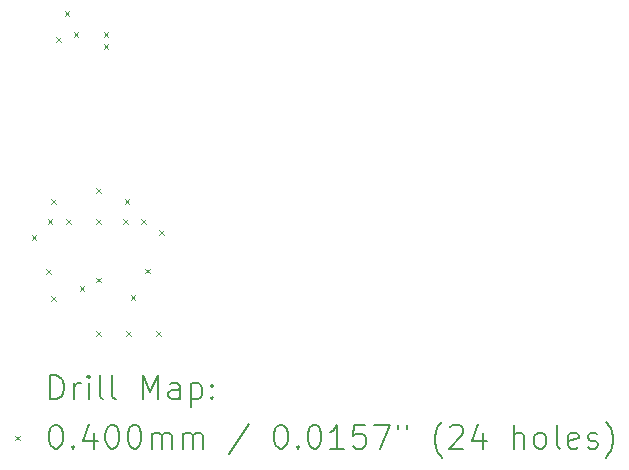
<source format=gbr>
%TF.GenerationSoftware,KiCad,Pcbnew,(6.0.8-1)-1*%
%TF.CreationDate,2022-10-18T13:45:01-04:00*%
%TF.ProjectId,SWD_pogoadapter,5357445f-706f-4676-9f61-646170746572,rev?*%
%TF.SameCoordinates,Original*%
%TF.FileFunction,Drillmap*%
%TF.FilePolarity,Positive*%
%FSLAX45Y45*%
G04 Gerber Fmt 4.5, Leading zero omitted, Abs format (unit mm)*
G04 Created by KiCad (PCBNEW (6.0.8-1)-1) date 2022-10-18 13:45:01*
%MOMM*%
%LPD*%
G01*
G04 APERTURE LIST*
%ADD10C,0.200000*%
%ADD11C,0.040000*%
G04 APERTURE END LIST*
D10*
D11*
X14229400Y-9962200D02*
X14269400Y-10002200D01*
X14269400Y-9962200D02*
X14229400Y-10002200D01*
X14354724Y-10253022D02*
X14394724Y-10293022D01*
X14394724Y-10253022D02*
X14354724Y-10293022D01*
X14366550Y-9828900D02*
X14406550Y-9868900D01*
X14406550Y-9828900D02*
X14366550Y-9868900D01*
X14394500Y-9657400D02*
X14434500Y-9697400D01*
X14434500Y-9657400D02*
X14394500Y-9697400D01*
X14394500Y-10482900D02*
X14434500Y-10522900D01*
X14434500Y-10482900D02*
X14394500Y-10522900D01*
X14436350Y-8289450D02*
X14476350Y-8329450D01*
X14476350Y-8289450D02*
X14436350Y-8329450D01*
X14508800Y-8069900D02*
X14548800Y-8109900D01*
X14548800Y-8069900D02*
X14508800Y-8109900D01*
X14521500Y-9828900D02*
X14561500Y-9868900D01*
X14561500Y-9828900D02*
X14521500Y-9868900D01*
X14585000Y-8247700D02*
X14625000Y-8287700D01*
X14625000Y-8247700D02*
X14585000Y-8287700D01*
X14635800Y-10396650D02*
X14675800Y-10436650D01*
X14675800Y-10396650D02*
X14635800Y-10436650D01*
X14775500Y-9568500D02*
X14815500Y-9608500D01*
X14815500Y-9568500D02*
X14775500Y-9608500D01*
X14775500Y-10325500D02*
X14815500Y-10365500D01*
X14815500Y-10325500D02*
X14775500Y-10365500D01*
X14775500Y-10775000D02*
X14815500Y-10815000D01*
X14815500Y-10775000D02*
X14775500Y-10815000D01*
X14778650Y-9832050D02*
X14818650Y-9872050D01*
X14818650Y-9832050D02*
X14778650Y-9872050D01*
X14839000Y-8247700D02*
X14879000Y-8287700D01*
X14879000Y-8247700D02*
X14839000Y-8287700D01*
X14839000Y-8347650D02*
X14879000Y-8387650D01*
X14879000Y-8347650D02*
X14839000Y-8387650D01*
X15004100Y-9828900D02*
X15044100Y-9868900D01*
X15044100Y-9828900D02*
X15004100Y-9868900D01*
X15016800Y-9657400D02*
X15056800Y-9697400D01*
X15056800Y-9657400D02*
X15016800Y-9697400D01*
X15029500Y-10775000D02*
X15069500Y-10815000D01*
X15069500Y-10775000D02*
X15029500Y-10815000D01*
X15067600Y-10470200D02*
X15107600Y-10510200D01*
X15107600Y-10470200D02*
X15067600Y-10510200D01*
X15159050Y-9828900D02*
X15199050Y-9868900D01*
X15199050Y-9828900D02*
X15159050Y-9868900D01*
X15192282Y-10248176D02*
X15232282Y-10288176D01*
X15232282Y-10248176D02*
X15192282Y-10288176D01*
X15283300Y-10775200D02*
X15323300Y-10815200D01*
X15323300Y-10775200D02*
X15283300Y-10815200D01*
X15308900Y-9924100D02*
X15348900Y-9964100D01*
X15348900Y-9924100D02*
X15308900Y-9964100D01*
D10*
X14388619Y-11352476D02*
X14388619Y-11152476D01*
X14436238Y-11152476D01*
X14464809Y-11162000D01*
X14483857Y-11181048D01*
X14493381Y-11200095D01*
X14502905Y-11238190D01*
X14502905Y-11266762D01*
X14493381Y-11304857D01*
X14483857Y-11323905D01*
X14464809Y-11342952D01*
X14436238Y-11352476D01*
X14388619Y-11352476D01*
X14588619Y-11352476D02*
X14588619Y-11219143D01*
X14588619Y-11257238D02*
X14598143Y-11238190D01*
X14607667Y-11228667D01*
X14626714Y-11219143D01*
X14645762Y-11219143D01*
X14712428Y-11352476D02*
X14712428Y-11219143D01*
X14712428Y-11152476D02*
X14702905Y-11162000D01*
X14712428Y-11171524D01*
X14721952Y-11162000D01*
X14712428Y-11152476D01*
X14712428Y-11171524D01*
X14836238Y-11352476D02*
X14817190Y-11342952D01*
X14807667Y-11323905D01*
X14807667Y-11152476D01*
X14941000Y-11352476D02*
X14921952Y-11342952D01*
X14912428Y-11323905D01*
X14912428Y-11152476D01*
X15169571Y-11352476D02*
X15169571Y-11152476D01*
X15236238Y-11295333D01*
X15302905Y-11152476D01*
X15302905Y-11352476D01*
X15483857Y-11352476D02*
X15483857Y-11247714D01*
X15474333Y-11228667D01*
X15455286Y-11219143D01*
X15417190Y-11219143D01*
X15398143Y-11228667D01*
X15483857Y-11342952D02*
X15464809Y-11352476D01*
X15417190Y-11352476D01*
X15398143Y-11342952D01*
X15388619Y-11323905D01*
X15388619Y-11304857D01*
X15398143Y-11285809D01*
X15417190Y-11276286D01*
X15464809Y-11276286D01*
X15483857Y-11266762D01*
X15579095Y-11219143D02*
X15579095Y-11419143D01*
X15579095Y-11228667D02*
X15598143Y-11219143D01*
X15636238Y-11219143D01*
X15655286Y-11228667D01*
X15664809Y-11238190D01*
X15674333Y-11257238D01*
X15674333Y-11314381D01*
X15664809Y-11333428D01*
X15655286Y-11342952D01*
X15636238Y-11352476D01*
X15598143Y-11352476D01*
X15579095Y-11342952D01*
X15760048Y-11333428D02*
X15769571Y-11342952D01*
X15760048Y-11352476D01*
X15750524Y-11342952D01*
X15760048Y-11333428D01*
X15760048Y-11352476D01*
X15760048Y-11228667D02*
X15769571Y-11238190D01*
X15760048Y-11247714D01*
X15750524Y-11238190D01*
X15760048Y-11228667D01*
X15760048Y-11247714D01*
D11*
X14091000Y-11662000D02*
X14131000Y-11702000D01*
X14131000Y-11662000D02*
X14091000Y-11702000D01*
D10*
X14426714Y-11572476D02*
X14445762Y-11572476D01*
X14464809Y-11582000D01*
X14474333Y-11591524D01*
X14483857Y-11610571D01*
X14493381Y-11648667D01*
X14493381Y-11696286D01*
X14483857Y-11734381D01*
X14474333Y-11753428D01*
X14464809Y-11762952D01*
X14445762Y-11772476D01*
X14426714Y-11772476D01*
X14407667Y-11762952D01*
X14398143Y-11753428D01*
X14388619Y-11734381D01*
X14379095Y-11696286D01*
X14379095Y-11648667D01*
X14388619Y-11610571D01*
X14398143Y-11591524D01*
X14407667Y-11582000D01*
X14426714Y-11572476D01*
X14579095Y-11753428D02*
X14588619Y-11762952D01*
X14579095Y-11772476D01*
X14569571Y-11762952D01*
X14579095Y-11753428D01*
X14579095Y-11772476D01*
X14760048Y-11639143D02*
X14760048Y-11772476D01*
X14712428Y-11562952D02*
X14664809Y-11705809D01*
X14788619Y-11705809D01*
X14902905Y-11572476D02*
X14921952Y-11572476D01*
X14941000Y-11582000D01*
X14950524Y-11591524D01*
X14960048Y-11610571D01*
X14969571Y-11648667D01*
X14969571Y-11696286D01*
X14960048Y-11734381D01*
X14950524Y-11753428D01*
X14941000Y-11762952D01*
X14921952Y-11772476D01*
X14902905Y-11772476D01*
X14883857Y-11762952D01*
X14874333Y-11753428D01*
X14864809Y-11734381D01*
X14855286Y-11696286D01*
X14855286Y-11648667D01*
X14864809Y-11610571D01*
X14874333Y-11591524D01*
X14883857Y-11582000D01*
X14902905Y-11572476D01*
X15093381Y-11572476D02*
X15112428Y-11572476D01*
X15131476Y-11582000D01*
X15141000Y-11591524D01*
X15150524Y-11610571D01*
X15160048Y-11648667D01*
X15160048Y-11696286D01*
X15150524Y-11734381D01*
X15141000Y-11753428D01*
X15131476Y-11762952D01*
X15112428Y-11772476D01*
X15093381Y-11772476D01*
X15074333Y-11762952D01*
X15064809Y-11753428D01*
X15055286Y-11734381D01*
X15045762Y-11696286D01*
X15045762Y-11648667D01*
X15055286Y-11610571D01*
X15064809Y-11591524D01*
X15074333Y-11582000D01*
X15093381Y-11572476D01*
X15245762Y-11772476D02*
X15245762Y-11639143D01*
X15245762Y-11658190D02*
X15255286Y-11648667D01*
X15274333Y-11639143D01*
X15302905Y-11639143D01*
X15321952Y-11648667D01*
X15331476Y-11667714D01*
X15331476Y-11772476D01*
X15331476Y-11667714D02*
X15341000Y-11648667D01*
X15360048Y-11639143D01*
X15388619Y-11639143D01*
X15407667Y-11648667D01*
X15417190Y-11667714D01*
X15417190Y-11772476D01*
X15512428Y-11772476D02*
X15512428Y-11639143D01*
X15512428Y-11658190D02*
X15521952Y-11648667D01*
X15541000Y-11639143D01*
X15569571Y-11639143D01*
X15588619Y-11648667D01*
X15598143Y-11667714D01*
X15598143Y-11772476D01*
X15598143Y-11667714D02*
X15607667Y-11648667D01*
X15626714Y-11639143D01*
X15655286Y-11639143D01*
X15674333Y-11648667D01*
X15683857Y-11667714D01*
X15683857Y-11772476D01*
X16074333Y-11562952D02*
X15902905Y-11820095D01*
X16331476Y-11572476D02*
X16350524Y-11572476D01*
X16369571Y-11582000D01*
X16379095Y-11591524D01*
X16388619Y-11610571D01*
X16398143Y-11648667D01*
X16398143Y-11696286D01*
X16388619Y-11734381D01*
X16379095Y-11753428D01*
X16369571Y-11762952D01*
X16350524Y-11772476D01*
X16331476Y-11772476D01*
X16312428Y-11762952D01*
X16302905Y-11753428D01*
X16293381Y-11734381D01*
X16283857Y-11696286D01*
X16283857Y-11648667D01*
X16293381Y-11610571D01*
X16302905Y-11591524D01*
X16312428Y-11582000D01*
X16331476Y-11572476D01*
X16483857Y-11753428D02*
X16493381Y-11762952D01*
X16483857Y-11772476D01*
X16474333Y-11762952D01*
X16483857Y-11753428D01*
X16483857Y-11772476D01*
X16617190Y-11572476D02*
X16636238Y-11572476D01*
X16655286Y-11582000D01*
X16664809Y-11591524D01*
X16674333Y-11610571D01*
X16683857Y-11648667D01*
X16683857Y-11696286D01*
X16674333Y-11734381D01*
X16664809Y-11753428D01*
X16655286Y-11762952D01*
X16636238Y-11772476D01*
X16617190Y-11772476D01*
X16598143Y-11762952D01*
X16588619Y-11753428D01*
X16579095Y-11734381D01*
X16569571Y-11696286D01*
X16569571Y-11648667D01*
X16579095Y-11610571D01*
X16588619Y-11591524D01*
X16598143Y-11582000D01*
X16617190Y-11572476D01*
X16874333Y-11772476D02*
X16760048Y-11772476D01*
X16817190Y-11772476D02*
X16817190Y-11572476D01*
X16798143Y-11601048D01*
X16779095Y-11620095D01*
X16760048Y-11629619D01*
X17055286Y-11572476D02*
X16960048Y-11572476D01*
X16950524Y-11667714D01*
X16960048Y-11658190D01*
X16979095Y-11648667D01*
X17026714Y-11648667D01*
X17045762Y-11658190D01*
X17055286Y-11667714D01*
X17064810Y-11686762D01*
X17064810Y-11734381D01*
X17055286Y-11753428D01*
X17045762Y-11762952D01*
X17026714Y-11772476D01*
X16979095Y-11772476D01*
X16960048Y-11762952D01*
X16950524Y-11753428D01*
X17131476Y-11572476D02*
X17264810Y-11572476D01*
X17179095Y-11772476D01*
X17331476Y-11572476D02*
X17331476Y-11610571D01*
X17407667Y-11572476D02*
X17407667Y-11610571D01*
X17702905Y-11848667D02*
X17693381Y-11839143D01*
X17674333Y-11810571D01*
X17664810Y-11791524D01*
X17655286Y-11762952D01*
X17645762Y-11715333D01*
X17645762Y-11677238D01*
X17655286Y-11629619D01*
X17664810Y-11601048D01*
X17674333Y-11582000D01*
X17693381Y-11553428D01*
X17702905Y-11543905D01*
X17769571Y-11591524D02*
X17779095Y-11582000D01*
X17798143Y-11572476D01*
X17845762Y-11572476D01*
X17864810Y-11582000D01*
X17874333Y-11591524D01*
X17883857Y-11610571D01*
X17883857Y-11629619D01*
X17874333Y-11658190D01*
X17760048Y-11772476D01*
X17883857Y-11772476D01*
X18055286Y-11639143D02*
X18055286Y-11772476D01*
X18007667Y-11562952D02*
X17960048Y-11705809D01*
X18083857Y-11705809D01*
X18312429Y-11772476D02*
X18312429Y-11572476D01*
X18398143Y-11772476D02*
X18398143Y-11667714D01*
X18388619Y-11648667D01*
X18369571Y-11639143D01*
X18341000Y-11639143D01*
X18321952Y-11648667D01*
X18312429Y-11658190D01*
X18521952Y-11772476D02*
X18502905Y-11762952D01*
X18493381Y-11753428D01*
X18483857Y-11734381D01*
X18483857Y-11677238D01*
X18493381Y-11658190D01*
X18502905Y-11648667D01*
X18521952Y-11639143D01*
X18550524Y-11639143D01*
X18569571Y-11648667D01*
X18579095Y-11658190D01*
X18588619Y-11677238D01*
X18588619Y-11734381D01*
X18579095Y-11753428D01*
X18569571Y-11762952D01*
X18550524Y-11772476D01*
X18521952Y-11772476D01*
X18702905Y-11772476D02*
X18683857Y-11762952D01*
X18674333Y-11743905D01*
X18674333Y-11572476D01*
X18855286Y-11762952D02*
X18836238Y-11772476D01*
X18798143Y-11772476D01*
X18779095Y-11762952D01*
X18769571Y-11743905D01*
X18769571Y-11667714D01*
X18779095Y-11648667D01*
X18798143Y-11639143D01*
X18836238Y-11639143D01*
X18855286Y-11648667D01*
X18864810Y-11667714D01*
X18864810Y-11686762D01*
X18769571Y-11705809D01*
X18941000Y-11762952D02*
X18960048Y-11772476D01*
X18998143Y-11772476D01*
X19017190Y-11762952D01*
X19026714Y-11743905D01*
X19026714Y-11734381D01*
X19017190Y-11715333D01*
X18998143Y-11705809D01*
X18969571Y-11705809D01*
X18950524Y-11696286D01*
X18941000Y-11677238D01*
X18941000Y-11667714D01*
X18950524Y-11648667D01*
X18969571Y-11639143D01*
X18998143Y-11639143D01*
X19017190Y-11648667D01*
X19093381Y-11848667D02*
X19102905Y-11839143D01*
X19121952Y-11810571D01*
X19131476Y-11791524D01*
X19141000Y-11762952D01*
X19150524Y-11715333D01*
X19150524Y-11677238D01*
X19141000Y-11629619D01*
X19131476Y-11601048D01*
X19121952Y-11582000D01*
X19102905Y-11553428D01*
X19093381Y-11543905D01*
M02*

</source>
